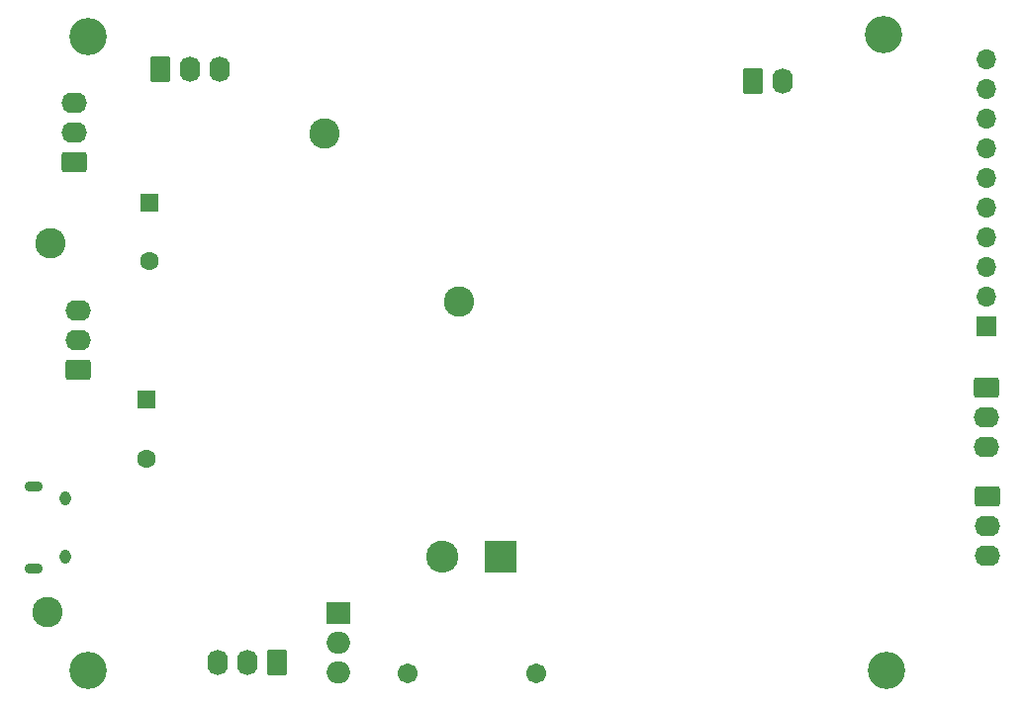
<source format=gbs>
G04 #@! TF.GenerationSoftware,KiCad,Pcbnew,8.0.8*
G04 #@! TF.CreationDate,2025-03-31T15:28:11-05:00*
G04 #@! TF.ProjectId,Group_29_Handheld,47726f75-705f-4323-995f-48616e646865,rev?*
G04 #@! TF.SameCoordinates,Original*
G04 #@! TF.FileFunction,Soldermask,Bot*
G04 #@! TF.FilePolarity,Negative*
%FSLAX46Y46*%
G04 Gerber Fmt 4.6, Leading zero omitted, Abs format (unit mm)*
G04 Created by KiCad (PCBNEW 8.0.8) date 2025-03-31 15:28:11*
%MOMM*%
%LPD*%
G01*
G04 APERTURE LIST*
G04 Aperture macros list*
%AMRoundRect*
0 Rectangle with rounded corners*
0 $1 Rounding radius*
0 $2 $3 $4 $5 $6 $7 $8 $9 X,Y pos of 4 corners*
0 Add a 4 corners polygon primitive as box body*
4,1,4,$2,$3,$4,$5,$6,$7,$8,$9,$2,$3,0*
0 Add four circle primitives for the rounded corners*
1,1,$1+$1,$2,$3*
1,1,$1+$1,$4,$5*
1,1,$1+$1,$6,$7*
1,1,$1+$1,$8,$9*
0 Add four rect primitives between the rounded corners*
20,1,$1+$1,$2,$3,$4,$5,0*
20,1,$1+$1,$4,$5,$6,$7,0*
20,1,$1+$1,$6,$7,$8,$9,0*
20,1,$1+$1,$8,$9,$2,$3,0*%
G04 Aperture macros list end*
%ADD10RoundRect,0.250000X-0.620000X-0.845000X0.620000X-0.845000X0.620000X0.845000X-0.620000X0.845000X0*%
%ADD11O,1.740000X2.190000*%
%ADD12C,3.200000*%
%ADD13C,2.604000*%
%ADD14RoundRect,0.250000X0.845000X-0.620000X0.845000X0.620000X-0.845000X0.620000X-0.845000X-0.620000X0*%
%ADD15O,2.190000X1.740000*%
%ADD16RoundRect,0.250000X0.620000X0.845000X-0.620000X0.845000X-0.620000X-0.845000X0.620000X-0.845000X0*%
%ADD17R,1.700000X1.700000*%
%ADD18O,1.700000X1.700000*%
%ADD19RoundRect,0.250000X-0.845000X0.620000X-0.845000X-0.620000X0.845000X-0.620000X0.845000X0.620000X0*%
%ADD20R,2.000000X1.905000*%
%ADD21O,2.000000X1.905000*%
%ADD22C,2.754000*%
%ADD23RoundRect,0.102000X1.275000X1.275000X-1.275000X1.275000X-1.275000X-1.275000X1.275000X-1.275000X0*%
%ADD24C,1.712000*%
%ADD25O,1.550000X0.890000*%
%ADD26O,0.950000X1.250000*%
%ADD27R,1.600000X1.600000*%
%ADD28C,1.600000*%
G04 APERTURE END LIST*
D10*
X108267500Y-32956500D03*
D11*
X110807500Y-32956500D03*
X113347500Y-32956500D03*
D12*
X170116500Y-30035500D03*
D10*
X159000000Y-34000000D03*
D11*
X161540000Y-34000000D03*
D13*
X98869500Y-47879000D03*
X98615500Y-79438500D03*
D12*
X102044500Y-30162500D03*
D14*
X100901500Y-40957500D03*
D15*
X100901500Y-38417500D03*
X100901500Y-35877500D03*
D13*
X133794500Y-52832000D03*
X122301000Y-38481000D03*
D16*
X118237000Y-83800000D03*
D11*
X115697000Y-83800000D03*
X113157000Y-83800000D03*
D17*
X178943000Y-54991000D03*
D18*
X178943000Y-52451000D03*
X178943000Y-49911000D03*
X178943000Y-47371000D03*
X178943000Y-44831000D03*
X178943000Y-42291000D03*
X178943000Y-39751000D03*
X178943000Y-37211000D03*
X178943000Y-34671000D03*
X178943000Y-32131000D03*
D12*
X170370500Y-84455000D03*
D14*
X101219000Y-58674000D03*
D15*
X101219000Y-56134000D03*
X101219000Y-53594000D03*
D19*
X179000000Y-60250000D03*
D15*
X179000000Y-62790000D03*
X179000000Y-65330000D03*
D20*
X123507500Y-79502000D03*
D21*
X123507500Y-82042000D03*
X123507500Y-84582000D03*
D22*
X132400000Y-74694250D03*
D23*
X137400000Y-74694250D03*
D24*
X129400000Y-84694250D03*
X140400000Y-84694250D03*
D12*
X102044500Y-84455000D03*
D19*
X179006500Y-69532500D03*
D15*
X179006500Y-72072500D03*
X179006500Y-74612500D03*
D25*
X97409000Y-68715500D03*
D26*
X100109000Y-69715500D03*
X100109000Y-74715500D03*
D25*
X97409000Y-75715500D03*
D27*
X107061000Y-61287849D03*
D28*
X107061000Y-66287849D03*
D27*
X107315000Y-44396849D03*
D28*
X107315000Y-49396849D03*
M02*

</source>
